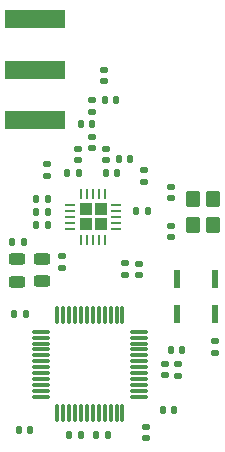
<source format=gbr>
%TF.GenerationSoftware,KiCad,Pcbnew,9.0.6*%
%TF.CreationDate,2026-01-14T21:48:58+07:00*%
%TF.ProjectId,Sensor,53656e73-6f72-42e6-9b69-6361645f7063,rev?*%
%TF.SameCoordinates,Original*%
%TF.FileFunction,Paste,Top*%
%TF.FilePolarity,Positive*%
%FSLAX46Y46*%
G04 Gerber Fmt 4.6, Leading zero omitted, Abs format (unit mm)*
G04 Created by KiCad (PCBNEW 9.0.6) date 2026-01-14 21:48:58*
%MOMM*%
%LPD*%
G01*
G04 APERTURE LIST*
G04 Aperture macros list*
%AMRoundRect*
0 Rectangle with rounded corners*
0 $1 Rounding radius*
0 $2 $3 $4 $5 $6 $7 $8 $9 X,Y pos of 4 corners*
0 Add a 4 corners polygon primitive as box body*
4,1,4,$2,$3,$4,$5,$6,$7,$8,$9,$2,$3,0*
0 Add four circle primitives for the rounded corners*
1,1,$1+$1,$2,$3*
1,1,$1+$1,$4,$5*
1,1,$1+$1,$6,$7*
1,1,$1+$1,$8,$9*
0 Add four rect primitives between the rounded corners*
20,1,$1+$1,$2,$3,$4,$5,0*
20,1,$1+$1,$4,$5,$6,$7,0*
20,1,$1+$1,$6,$7,$8,$9,0*
20,1,$1+$1,$8,$9,$2,$3,0*%
G04 Aperture macros list end*
%ADD10R,5.080000X1.500000*%
%ADD11RoundRect,0.140000X-0.170000X0.140000X-0.170000X-0.140000X0.170000X-0.140000X0.170000X0.140000X0*%
%ADD12RoundRect,0.140000X-0.140000X-0.170000X0.140000X-0.170000X0.140000X0.170000X-0.140000X0.170000X0*%
%ADD13RoundRect,0.135000X-0.135000X-0.185000X0.135000X-0.185000X0.135000X0.185000X-0.135000X0.185000X0*%
%ADD14RoundRect,0.140000X0.140000X0.170000X-0.140000X0.170000X-0.140000X-0.170000X0.140000X-0.170000X0*%
%ADD15RoundRect,0.135000X0.135000X0.185000X-0.135000X0.185000X-0.135000X-0.185000X0.135000X-0.185000X0*%
%ADD16RoundRect,0.135000X-0.185000X0.135000X-0.185000X-0.135000X0.185000X-0.135000X0.185000X0.135000X0*%
%ADD17RoundRect,0.147500X-0.147500X-0.172500X0.147500X-0.172500X0.147500X0.172500X-0.147500X0.172500X0*%
%ADD18R,0.550000X1.500000*%
%ADD19RoundRect,0.249999X0.290001X-0.290001X0.290001X0.290001X-0.290001X0.290001X-0.290001X-0.290001X0*%
%ADD20RoundRect,0.062500X0.062500X-0.350000X0.062500X0.350000X-0.062500X0.350000X-0.062500X-0.350000X0*%
%ADD21RoundRect,0.062500X0.350000X-0.062500X0.350000X0.062500X-0.350000X0.062500X-0.350000X-0.062500X0*%
%ADD22RoundRect,0.250000X-0.350000X0.450000X-0.350000X-0.450000X0.350000X-0.450000X0.350000X0.450000X0*%
%ADD23RoundRect,0.147500X0.172500X-0.147500X0.172500X0.147500X-0.172500X0.147500X-0.172500X-0.147500X0*%
%ADD24RoundRect,0.135000X0.185000X-0.135000X0.185000X0.135000X-0.185000X0.135000X-0.185000X-0.135000X0*%
%ADD25RoundRect,0.140000X0.170000X-0.140000X0.170000X0.140000X-0.170000X0.140000X-0.170000X-0.140000X0*%
%ADD26RoundRect,0.075000X0.662500X0.075000X-0.662500X0.075000X-0.662500X-0.075000X0.662500X-0.075000X0*%
%ADD27RoundRect,0.075000X0.075000X0.662500X-0.075000X0.662500X-0.075000X-0.662500X0.075000X-0.662500X0*%
%ADD28RoundRect,0.243750X0.456250X-0.243750X0.456250X0.243750X-0.456250X0.243750X-0.456250X-0.243750X0*%
G04 APERTURE END LIST*
D10*
%TO.C,J31*%
X103062500Y-106100000D03*
X103062500Y-110350000D03*
X103062500Y-101850000D03*
%TD*%
D11*
%TO.C,C41*%
X109040000Y-112805000D03*
X109040000Y-113765000D03*
%TD*%
D12*
%TO.C,C34*%
X103130000Y-117050000D03*
X104090000Y-117050000D03*
%TD*%
%TO.C,C32*%
X103140000Y-119250000D03*
X104100000Y-119250000D03*
%TD*%
D13*
%TO.C,R22*%
X108190000Y-137000000D03*
X109210000Y-137000000D03*
%TD*%
D14*
%TO.C,C31*%
X112580000Y-118100000D03*
X111620000Y-118100000D03*
%TD*%
D15*
%TO.C,R21*%
X106910000Y-137000000D03*
X105890000Y-137000000D03*
%TD*%
D16*
%TO.C,R52*%
X118300000Y-129090000D03*
X118300000Y-130110000D03*
%TD*%
D17*
%TO.C,L34*%
X109040000Y-114855000D03*
X110010000Y-114855000D03*
%TD*%
D15*
%TO.C,R31*%
X104110000Y-118150000D03*
X103090000Y-118150000D03*
%TD*%
D18*
%TO.C,S51*%
X118300000Y-126800000D03*
X115050000Y-126800000D03*
%TD*%
%TO.C,S52*%
X118300000Y-123800000D03*
X115050000Y-123800000D03*
%TD*%
D19*
%TO.C,U31*%
X107335000Y-119180000D03*
X108585000Y-119180000D03*
X107335000Y-117930000D03*
X108585000Y-117930000D03*
D20*
X106960000Y-120492500D03*
X107460000Y-120492500D03*
X107960000Y-120492500D03*
X108460000Y-120492500D03*
X108960000Y-120492500D03*
D21*
X109897500Y-119555000D03*
X109897500Y-119055000D03*
X109897500Y-118555000D03*
X109897500Y-118055000D03*
X109897500Y-117555000D03*
D20*
X108960000Y-116617500D03*
X108460000Y-116617500D03*
X107960000Y-116617500D03*
X107460000Y-116617500D03*
X106960000Y-116617500D03*
D21*
X106022500Y-117555000D03*
X106022500Y-118055000D03*
X106022500Y-118555000D03*
X106022500Y-119055000D03*
X106022500Y-119555000D03*
%TD*%
D12*
%TO.C,C24*%
X114525662Y-129817500D03*
X115485662Y-129817500D03*
%TD*%
D22*
%TO.C,Y31*%
X116400000Y-117030000D03*
X116400000Y-119230000D03*
X118100000Y-119230000D03*
X118100000Y-117030000D03*
%TD*%
D23*
%TO.C,L32*%
X107840000Y-112740000D03*
X107840000Y-111770000D03*
%TD*%
D11*
%TO.C,C38*%
X108890000Y-106120000D03*
X108890000Y-107080000D03*
%TD*%
D24*
%TO.C,R61*%
X105300000Y-122860000D03*
X105300000Y-121840000D03*
%TD*%
D25*
%TO.C,C45*%
X114550000Y-116960000D03*
X114550000Y-116000000D03*
%TD*%
%TO.C,C35*%
X110650000Y-123460000D03*
X110650000Y-122500000D03*
%TD*%
D13*
%TO.C,R62*%
X101090000Y-120700000D03*
X102110000Y-120700000D03*
%TD*%
D14*
%TO.C,C22*%
X102230000Y-126800000D03*
X101270000Y-126800000D03*
%TD*%
D23*
%TO.C,L31*%
X106690000Y-113775000D03*
X106690000Y-112805000D03*
%TD*%
D26*
%TO.C,U21*%
X111848162Y-133787500D03*
X111848162Y-133287500D03*
X111848162Y-132787500D03*
X111848162Y-132287500D03*
X111848162Y-131787500D03*
X111848162Y-131287500D03*
X111848162Y-130787500D03*
X111848162Y-130287500D03*
X111848162Y-129787500D03*
X111848162Y-129287500D03*
X111848162Y-128787500D03*
X111848162Y-128287500D03*
D27*
X110435662Y-126875000D03*
X109935662Y-126875000D03*
X109435662Y-126875000D03*
X108935662Y-126875000D03*
X108435662Y-126875000D03*
X107935662Y-126875000D03*
X107435662Y-126875000D03*
X106935662Y-126875000D03*
X106435662Y-126875000D03*
X105935662Y-126875000D03*
X105435662Y-126875000D03*
X104935662Y-126875000D03*
D26*
X103523162Y-128287500D03*
X103523162Y-128787500D03*
X103523162Y-129287500D03*
X103523162Y-129787500D03*
X103523162Y-130287500D03*
X103523162Y-130787500D03*
X103523162Y-131287500D03*
X103523162Y-131787500D03*
X103523162Y-132287500D03*
X103523162Y-132787500D03*
X103523162Y-133287500D03*
X103523162Y-133787500D03*
D27*
X104935662Y-135200000D03*
X105435662Y-135200000D03*
X105935662Y-135200000D03*
X106435662Y-135200000D03*
X106935662Y-135200000D03*
X107435662Y-135200000D03*
X107935662Y-135200000D03*
X108435662Y-135200000D03*
X108935662Y-135200000D03*
X109435662Y-135200000D03*
X109935662Y-135200000D03*
X110435662Y-135200000D03*
%TD*%
D25*
%TO.C,C42*%
X111850000Y-123510000D03*
X111850000Y-122550000D03*
%TD*%
D28*
%TO.C,D61*%
X103650000Y-124000000D03*
X103650000Y-122125000D03*
%TD*%
%TO.C,D62*%
X101540000Y-124037500D03*
X101540000Y-122162500D03*
%TD*%
D11*
%TO.C,C33*%
X104050000Y-114120000D03*
X104050000Y-115080000D03*
%TD*%
D12*
%TO.C,C25*%
X113850000Y-134950000D03*
X114810000Y-134950000D03*
%TD*%
D11*
%TO.C,C36*%
X112250000Y-114620000D03*
X112250000Y-115580000D03*
%TD*%
D12*
%TO.C,C43*%
X110110000Y-113705000D03*
X111070000Y-113705000D03*
%TD*%
D11*
%TO.C,C44*%
X114550000Y-119300000D03*
X114550000Y-120260000D03*
%TD*%
D23*
%TO.C,L33*%
X107840000Y-109655000D03*
X107840000Y-108685000D03*
%TD*%
D14*
%TO.C,C23*%
X102630000Y-136625000D03*
X101670000Y-136625000D03*
%TD*%
%TO.C,C40*%
X109890000Y-108705000D03*
X108930000Y-108705000D03*
%TD*%
D12*
%TO.C,C37*%
X105780000Y-114855000D03*
X106740000Y-114855000D03*
%TD*%
D11*
%TO.C,C21*%
X112450000Y-136320000D03*
X112450000Y-137280000D03*
%TD*%
D12*
%TO.C,C39*%
X106910000Y-110705000D03*
X107870000Y-110705000D03*
%TD*%
D24*
%TO.C,R51*%
X115175000Y-132020000D03*
X115175000Y-131000000D03*
%TD*%
D11*
%TO.C,C51*%
X114000000Y-131020000D03*
X114000000Y-131980000D03*
%TD*%
M02*

</source>
